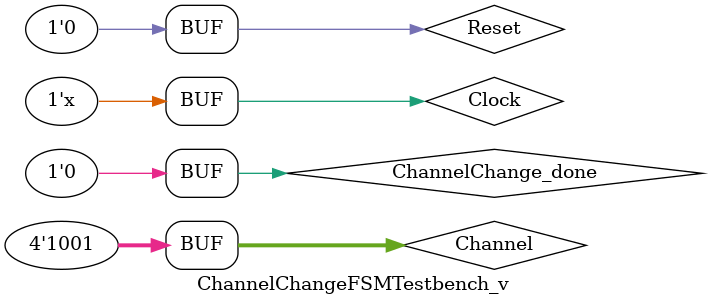
<source format=v>
`timescale		1 ns/1 ps		// Display things in ns, compute them in ps
`define HalfCycle	18.518			// Half of the clock cycle time in nanoseconds
`define Cycle		(`HalfCycle * 2)	// Didn't you learn to multiply?
//-----------------------------------------------------------------------

module ChannelChangeFSMTestbench_v;

	// Inputs
	reg Clock;
	reg Reset;
	reg [3:0] Channel;
	reg ChannelChange_done;

	// Outputs
	wire ChannelChange;
	wire State;

	//---------------------------------------------------------------
	//	Clock Source
	//		This section will generate a clock signal,
	//		turning it on and off according the HalfCycle
	//		time, in this case it will generate a 27MHz clock
	//		THIS COULD NEVER BE SYNTHESIZED
	//---------------------------------------------------------------
	initial Clock =		1'b0;		// We need to start at 1'b0, otherwise clock will always be 1'bx
	always #(`HalfCycle) Clock =	~Clock;	// Every half clock cycle, invert the clock
	//---------------------------------------------------------------

	// Instantiate the Unit Under Test (UUT)
	ChannelChangeFSM uut (
		.Clock(Clock), 
		.Reset(Reset), 
		.Channel(Channel), 
		.ChannelChange_done(ChannelChange_done), 
		.ChannelChange(ChannelChange), 
		.State(State)
	);

	initial begin
		// Initialize Inputs
		Reset = 1'b0;
		Channel = 4'b0000;
		ChannelChange_done = 0;

		// Wait 100 ns for global reset to finish
		
		//Reset
		#(`Cycle);
		Reset = 1'b1;
		#(`Cycle);
		Reset = 1'b0;
		#(`Cycle);
        
		//Unchanged -> Changed
		#(`Cycle * 4);
		Channel = 4'b1001;
		#(`Cycle * 4);

		//Changed -> Unchanged
		#(`Cycle);
		ChannelChange_done = 1'b1;
		#(`Cycle);
		ChannelChange_done = 1'b0;
		#(`Cycle);
	end
      
endmodule


</source>
